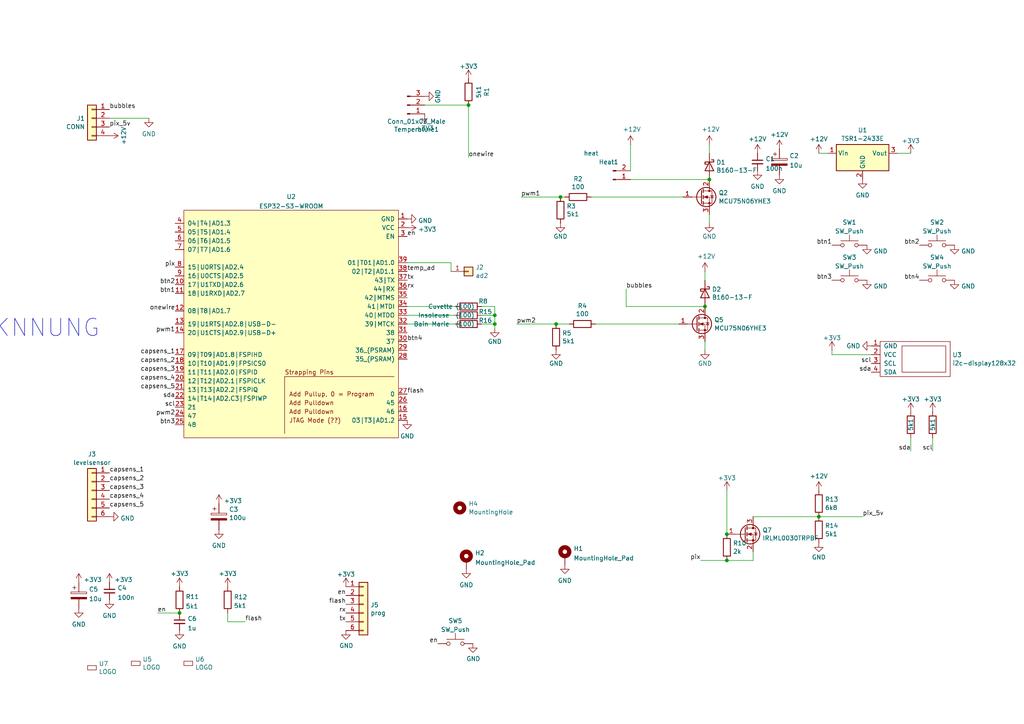
<source format=kicad_sch>
(kicad_sch (version 20231120) (generator "eeschema") (generator_version "8.0")
  (paper "A4")
  (lib_symbols
    (symbol "0_aaaaa_yeah:R" (pin_numbers hide) (pin_names (offset 0))
      (property "Reference" "R" (at 2.032 0 90))
      (property "Value" "R" (at 0 0 90))
      (symbol "R_0_1"
        (rectangle (start -1.016 -2.54) (end 1.016 2.54) (stroke (width 0.254)))
      )
      (symbol "R_1_1"
        (pin passive line (at 0 3.81 270) (length 1.27) (name "~") (number "1"))
        (pin passive line (at 0 -3.81 90) (length 1.27) (name "~") (number "2"))
      )
    )
    (symbol "AnymaLib-06:ESP32-S3-WROOM" (pin_names (offset 1.016))
      (property "Reference" "U" (at -29.21 -35.56 0))
      (property "Value" "ESP32-S3-WROOM" (at 0 34.29 0))
      (symbol "ESP32-S3-WROOM_0_0"
        (text "Add Pulldown" (at -1.27 -25.4 0) (effects (font (size 1.27 1.27)) (justify left)))
        (text "Add Pulldown" (at -1.27 -22.86 0) (effects (font (size 1.27 1.27)) (justify left)))
        (text "Add Pullup, 0 = Program" (at -1.27 -20.32 0) (effects (font (size 1.27 1.27)) (justify left)))
        (text "JTAG Mode (??)" (at -1.27 -27.94 0) (effects (font (size 1.27 1.27)) (justify left)))
        (text "Strapping Pins" (at -2.54 -13.97 0) (effects (font (size 1.27 1.27)) (justify left)))
      )
      (symbol "ESP32-S3-WROOM_0_1"
        (rectangle (start -31.75 33.02) (end 30.48 -33.02) (stroke (width 0.1524)) (fill (type background)))
        (polyline (pts (xy 29.21 -15.24) (xy -2.54 -15.24) (xy -2.54 -31.75)) (stroke (width 0.1524)))
      )
      (symbol "ESP32-S3-WROOM_1_1"
        (pin input line (at 33.02 30.48 180) (length 2.54) (name "GND") (number "1"))
        (pin input line (at -34.29 11.43 0) (length 2.54) (name "17|U1TXD|AD2.6") (number "10"))
        (pin input line (at -34.29 8.89 0) (length 2.54) (name "18|U1RXD|AD2.7") (number "11"))
        (pin input line (at -34.29 3.81 0) (length 2.54) (name "08|T8|AD1.7") (number "12"))
        (pin input line (at -34.29 0 0) (length 2.54) (name "19|U1RTS|AD2.8|USB-D-") (number "13"))
        (pin input line (at -34.29 -2.54 0) (length 2.54) (name "20|U1CTS|AD2.9|USB-D+") (number "14"))
        (pin input line (at 33.02 -27.94 180) (length 2.54) (name "03|T3|AD1.2") (number "15"))
        (pin input line (at 33.02 -25.4 180) (length 2.54) (name "46") (number "16"))
        (pin input line (at -34.29 -8.89 0) (length 2.54) (name "09|T09|AD1.8|FSPIHD") (number "17"))
        (pin input line (at -34.29 -11.43 0) (length 2.54) (name "10|T10|AD1.9|FPSICS0") (number "18"))
        (pin input line (at -34.29 -13.97 0) (length 2.54) (name "11|T11|AD2.0|FSPID") (number "19"))
        (pin input line (at 33.02 27.94 180) (length 2.54) (name "VCC") (number "2"))
        (pin input line (at -34.29 -16.51 0) (length 2.54) (name "12|T12|AD2.1|FSPICLK") (number "20"))
        (pin input line (at -34.29 -19.05 0) (length 2.54) (name "13|T13|AD2.2|FSPIQ") (number "21"))
        (pin input line (at -34.29 -21.59 0) (length 2.54) (name "14|T14|AD2.C3|FSPIWP") (number "22"))
        (pin input line (at -34.29 -24.13 0) (length 2.54) (name "21") (number "23"))
        (pin input line (at -34.29 -26.67 0) (length 2.54) (name "47") (number "24"))
        (pin input line (at -34.29 -29.21 0) (length 2.54) (name "48") (number "25"))
        (pin input line (at 33.02 -22.86 180) (length 2.54) (name "45") (number "26"))
        (pin input line (at 33.02 -20.32 180) (length 2.54) (name "0") (number "27"))
        (pin input line (at 33.02 -10.16 180) (length 2.54) (name "35_(PSRAM)") (number "28"))
        (pin input line (at 33.02 -7.62 180) (length 2.54) (name "36_(PSRAM)") (number "29"))
        (pin input line (at 33.02 25.4 180) (length 2.54) (name "EN") (number "3"))
        (pin input line (at 33.02 -5.08 180) (length 2.54) (name "37") (number "30"))
        (pin input line (at 33.02 -2.54 180) (length 2.54) (name "38") (number "31"))
        (pin input line (at 33.02 0 180) (length 2.54) (name "39|MTCK") (number "32"))
        (pin input line (at 33.02 2.54 180) (length 2.54) (name "40|MTDO") (number "33"))
        (pin input line (at 33.02 5.08 180) (length 2.54) (name "41|MTDI") (number "34"))
        (pin input line (at 33.02 7.62 180) (length 2.54) (name "42|MTMS") (number "35"))
        (pin input line (at 33.02 10.16 180) (length 2.54) (name "44|RX") (number "36"))
        (pin input line (at 33.02 12.7 180) (length 2.54) (name "43|TX") (number "37"))
        (pin input line (at 33.02 15.24 180) (length 2.54) (name "02|T2|AD1.1") (number "38"))
        (pin input line (at 33.02 17.78 180) (length 2.54) (name "01|T01|AD1.0") (number "39"))
        (pin input line (at -34.29 29.21 0) (length 2.54) (name "04|T4|AD1.3") (number "4"))
        (pin input line (at 33.02 30.48 180) (length 2.54) hide (name "GND") (number "40"))
        (pin input line (at 33.02 30.48 180) (length 2.54) hide (name "GND") (number "41"))
        (pin input line (at -34.29 26.67 0) (length 2.54) (name "05|T5|AD1.4") (number "5"))
        (pin input line (at -34.29 24.13 0) (length 2.54) (name "06|T6|AD1.5") (number "6"))
        (pin input line (at -34.29 21.59 0) (length 2.54) (name "07|T7|AD1.6") (number "7"))
        (pin input line (at -34.29 16.51 0) (length 2.54) (name "15|U0RTS|AD2.4") (number "8"))
        (pin input line (at -34.29 13.97 0) (length 2.54) (name "16|U0CTS|AD2.5") (number "9"))
      )
    )
    (symbol "AnymaLib-06:MCU75N06YHE3" (pin_names hide)
      (property "Reference" "Q" (at 5.08 1.905 0))
      (property "Value" "MCU75N06YHE3" (at 5.08 0 0))
      (symbol "MCU75N06YHE3_0_1"
        (polyline (pts (xy 0.254 0) (xy -2.54 0)))
        (polyline (pts (xy 0.254 1.905) (xy 0.254 -1.905)) (stroke (width 0.254)))
        (polyline (pts (xy 0.762 -1.27) (xy 0.762 -2.286)) (stroke (width 0.254)))
        (polyline (pts (xy 0.762 0.508) (xy 0.762 -0.508)) (stroke (width 0.254)))
        (polyline (pts (xy 0.762 2.286) (xy 0.762 1.27)) (stroke (width 0.254)))
        (polyline (pts (xy 2.54 2.54) (xy 2.54 1.778)))
        (polyline (pts (xy 2.54 -2.54) (xy 2.54 0) (xy 0.762 0)))
        (polyline (pts (xy 0.762 -1.778) (xy 3.302 -1.778) (xy 3.302 1.778) (xy 0.762 1.778)))
        (polyline (pts (xy 1.016 0) (xy 2.032 0.381) (xy 2.032 -0.381) (xy 1.016 0)) (fill (type outline)))
        (polyline (pts (xy 2.794 0.508) (xy 2.921 0.381) (xy 3.683 0.381) (xy 3.81 0.254)))
        (polyline (pts (xy 3.302 0.381) (xy 2.921 -0.254) (xy 3.683 -0.254) (xy 3.302 0.381)))
        (circle (center 1.651 0) (radius 2.794) (stroke (width 0.254)))
        (circle (center 2.54 -1.778) (radius 0.254) (fill (type outline)))
        (circle (center 2.54 1.778) (radius 0.254) (fill (type outline)))
      )
      (symbol "MCU75N06YHE3_1_1"
        (pin input line (at -5.08 0 0) (length 2.54) (name "G") (number "1"))
        (pin passive line (at 2.54 5.08 270) (length 2.54) (name "D") (number "2"))
        (pin passive line (at 2.54 -5.08 90) (length 2.54) (name "S") (number "3"))
      )
    )
    (symbol "Anyma_Library:IRLML2502PBF" (pin_names (offset 0) hide)
      (property "Reference" "Q" (at 5.08 1.905 0))
      (property "Value" "IRLML2502PBF" (at 5.08 0 0))
      (symbol "IRLML2502PBF_0_1"
        (polyline (pts (xy -2.54 0) (xy 0.254 0)))
        (polyline (pts (xy 0.762 -1.778) (xy 2.54 -1.778)))
        (polyline (pts (xy 0.762 -1.27) (xy 0.762 -2.286)) (stroke (width 0.254)))
        (polyline (pts (xy 0.762 0) (xy 2.54 0)))
        (polyline (pts (xy 0.762 0.508) (xy 0.762 -0.508)) (stroke (width 0.254)))
        (polyline (pts (xy 0.762 1.778) (xy 2.54 1.778)))
        (polyline (pts (xy 0.762 2.286) (xy 0.762 1.27)) (stroke (width 0.254)))
        (polyline (pts (xy 2.54 -1.778) (xy 2.54 -2.54)))
        (polyline (pts (xy 2.54 -1.778) (xy 2.54 0)))
        (polyline (pts (xy 2.54 2.54) (xy 2.54 1.778)))
        (polyline (pts (xy 0.254 1.905) (xy 0.254 -1.905) (xy 0.254 -1.905)) (stroke (width 0.254)))
        (polyline (pts (xy 1.016 0) (xy 2.032 0.381) (xy 2.032 -0.381) (xy 1.016 0)) (fill (type outline)))
        (polyline (pts (xy 2.54 -1.778) (xy 3.302 -1.778) (xy 3.302 1.778) (xy 2.54 1.778)))
        (polyline (pts (xy 2.794 0.508) (xy 2.921 0.381) (xy 3.683 0.381) (xy 3.81 0.254)))
        (polyline (pts (xy 3.302 0.381) (xy 2.921 -0.254) (xy 3.683 -0.254) (xy 3.302 0.381)))
        (circle (center 1.651 0) (radius 2.8194) (stroke (width 0.254)))
        (circle (center 2.54 -1.778) (radius 0.2794) (fill (type outline)))
        (circle (center 2.54 1.778) (radius 0.2794) (fill (type outline)))
      )
      (symbol "IRLML2502PBF_1_1"
        (pin input line (at -5.08 0 0) (length 2.54) (name "G") (number "1"))
        (pin passive line (at 2.54 -5.08 90) (length 2.54) (name "S") (number "2"))
        (pin passive line (at 2.54 5.08 270) (length 2.54) (name "D") (number "3"))
      )
    )
    (symbol "Anyma_Library:LOGO" (pin_names (offset 1.016))
      (property "Reference" "U" (at 0 3.81 0))
      (property "Value" "LOGO" (at 0 0 0))
      (symbol "LOGO_0_1"
        (rectangle (start -1.27 2.54) (end 1.27 1.27))
      )
    )
    (symbol "Connector:Conn_01x02_Male" (pin_names (offset 1.016) hide)
      (property "Reference" "J" (at 0 2.54 0))
      (property "Value" "Connector_Conn_01x02_Male" (at 0 -5.08 0))
      (symbol "Conn_01x02_Male_1_1"
        (polyline (pts (xy 1.27 -2.54) (xy 0.8636 -2.54)) (stroke (width 0.1524)))
        (polyline (pts (xy 1.27 0) (xy 0.8636 0)) (stroke (width 0.1524)))
        (rectangle (start 0.8636 -2.413) (end 0 -2.667) (stroke (width 0.1524)) (fill (type outline)))
        (rectangle (start 0.8636 0.127) (end 0 -0.127) (stroke (width 0.1524)) (fill (type outline)))
        (pin passive line (at 5.08 0 180) (length 3.81) (name "Pin_1") (number "1"))
        (pin passive line (at 5.08 -2.54 180) (length 3.81) (name "Pin_2") (number "2"))
      )
    )
    (symbol "Connector:Conn_01x03_Male" (pin_names (offset 1.016) hide)
      (property "Reference" "J" (at 0 5.08 0))
      (property "Value" "Connector_Conn_01x03_Male" (at 0 -5.08 0))
      (symbol "Conn_01x03_Male_1_1"
        (polyline (pts (xy 1.27 -2.54) (xy 0.8636 -2.54)) (stroke (width 0.1524)))
        (polyline (pts (xy 1.27 0) (xy 0.8636 0)) (stroke (width 0.1524)))
        (polyline (pts (xy 1.27 2.54) (xy 0.8636 2.54)) (stroke (width 0.1524)))
        (rectangle (start 0.8636 -2.413) (end 0 -2.667) (stroke (width 0.1524)) (fill (type outline)))
        (rectangle (start 0.8636 0.127) (end 0 -0.127) (stroke (width 0.1524)) (fill (type outline)))
        (rectangle (start 0.8636 2.667) (end 0 2.413) (stroke (width 0.1524)) (fill (type outline)))
        (pin passive line (at 5.08 2.54 180) (length 3.81) (name "Pin_1") (number "1"))
        (pin passive line (at 5.08 0 180) (length 3.81) (name "Pin_2") (number "2"))
        (pin passive line (at 5.08 -2.54 180) (length 3.81) (name "Pin_3") (number "3"))
      )
    )
    (symbol "Connector_Generic:Conn_01x01" (pin_names (offset 1.016) hide)
      (property "Reference" "J" (at 0 2.54 0))
      (property "Value" "Conn_01x01" (at 0 -2.54 0))
      (symbol "Conn_01x01_1_1"
        (rectangle (start -1.27 0.127) (end 0 -0.127) (stroke (width 0.1524)))
        (rectangle (start -1.27 1.27) (end 1.27 -1.27) (stroke (width 0.254)) (fill (type background)))
        (pin passive line (at -5.08 0 0) (length 3.81) (name "Pin_1") (number "1"))
      )
    )
    (symbol "Connector_Generic:Conn_01x04" (pin_names (offset 1.016) hide)
      (property "Reference" "J" (at 0 5.08 0))
      (property "Value" "Conn_01x04" (at 0 -7.62 0))
      (symbol "Conn_01x04_1_1"
        (rectangle (start -1.27 -4.953) (end 0 -5.207) (stroke (width 0.1524)))
        (rectangle (start -1.27 -2.413) (end 0 -2.667) (stroke (width 0.1524)))
        (rectangle (start -1.27 0.127) (end 0 -0.127) (stroke (width 0.1524)))
        (rectangle (start -1.27 2.667) (end 0 2.413) (stroke (width 0.1524)))
        (rectangle (start -1.27 3.81) (end 1.27 -6.35) (stroke (width 0.254)) (fill (type background)))
        (pin passive line (at -5.08 2.54 0) (length 3.81) (name "Pin_1") (number "1"))
        (pin passive line (at -5.08 0 0) (length 3.81) (name "Pin_2") (number "2"))
        (pin passive line (at -5.08 -2.54 0) (length 3.81) (name "Pin_3") (number "3"))
        (pin passive line (at -5.08 -5.08 0) (length 3.81) (name "Pin_4") (number "4"))
      )
    )
    (symbol "Connector_Generic:Conn_01x06" (pin_names (offset 1.016) hide)
      (property "Reference" "J" (at 0 7.62 0))
      (property "Value" "Conn_01x06" (at 0 -10.16 0))
      (symbol "Conn_01x06_1_1"
        (rectangle (start -1.27 -7.493) (end 0 -7.747) (stroke (width 0.1524)))
        (rectangle (start -1.27 -4.953) (end 0 -5.207) (stroke (width 0.1524)))
        (rectangle (start -1.27 -2.413) (end 0 -2.667) (stroke (width 0.1524)))
        (rectangle (start -1.27 0.127) (end 0 -0.127) (stroke (width 0.1524)))
        (rectangle (start -1.27 2.667) (end 0 2.413) (stroke (width 0.1524)))
        (rectangle (start -1.27 5.207) (end 0 4.953) (stroke (width 0.1524)))
        (rectangle (start -1.27 6.35) (end 1.27 -8.89) (stroke (width 0.254)) (fill (type background)))
        (pin passive line (at -5.08 5.08 0) (length 3.81) (name "Pin_1") (number "1"))
        (pin passive line (at -5.08 2.54 0) (length 3.81) (name "Pin_2") (number "2"))
        (pin passive line (at -5.08 0 0) (length 3.81) (name "Pin_3") (number "3"))
        (pin passive line (at -5.08 -2.54 0) (length 3.81) (name "Pin_4") (number "4"))
        (pin passive line (at -5.08 -5.08 0) (length 3.81) (name "Pin_5") (number "5"))
        (pin passive line (at -5.08 -7.62 0) (length 3.81) (name "Pin_6") (number "6"))
      )
    )
    (symbol "Connector_Generic:Conn_01x11" (pin_names (offset 1.016) hide)
      (property "Reference" "J" (at 0 15.24 0))
      (property "Value" "Conn_01x11" (at 0 -15.24 0))
      (symbol "Conn_01x11_1_1"
        (rectangle (start -1.27 -12.573) (end 0 -12.827) (stroke (width 0.1524)))
        (rectangle (start -1.27 -10.033) (end 0 -10.287) (stroke (width 0.1524)))
        (rectangle (start -1.27 -7.493) (end 0 -7.747) (stroke (width 0.1524)))
        (rectangle (start -1.27 -4.953) (end 0 -5.207) (stroke (width 0.1524)))
        (rectangle (start -1.27 -2.413) (end 0 -2.667) (stroke (width 0.1524)))
        (rectangle (start -1.27 0.127) (end 0 -0.127) (stroke (width 0.1524)))
        (rectangle (start -1.27 2.667) (end 0 2.413) (stroke (width 0.1524)))
        (rectangle (start -1.27 5.207) (end 0 4.953) (stroke (width 0.1524)))
        (rectangle (start -1.27 7.747) (end 0 7.493) (stroke (width 0.1524)))
        (rectangle (start -1.27 10.287) (end 0 10.033) (stroke (width 0.1524)))
        (rectangle (start -1.27 12.827) (end 0 12.573) (stroke (width 0.1524)))
        (rectangle (start -1.27 13.97) (end 1.27 -13.97) (stroke (width 0.254)) (fill (type background)))
        (pin passive line (at -5.08 12.7 0) (length 3.81) (name "Pin_1") (number "1"))
        (pin passive line (at -5.08 -10.16 0) (length 3.81) (name "Pin_10") (number "10"))
        (pin passive line (at -5.08 -12.7 0) (length 3.81) (name "Pin_11") (number "11"))
        (pin passive line (at -5.08 10.16 0) (length 3.81) (name "Pin_2") (number "2"))
        (pin passive line (at -5.08 7.62 0) (length 3.81) (name "Pin_3") (number "3"))
        (pin passive line (at -5.08 5.08 0) (length 3.81) (name "Pin_4") (number "4"))
        (pin passive line (at -5.08 2.54 0) (length 3.81) (name "Pin_5") (number "5"))
        (pin passive line (at -5.08 0 0) (length 3.81) (name "Pin_6") (number "6"))
        (pin passive line (at -5.08 -2.54 0) (length 3.81) (name "Pin_7") (number "7"))
        (pin passive line (at -5.08 -5.08 0) (length 3.81) (name "Pin_8") (number "8"))
        (pin passive line (at -5.08 -7.62 0) (length 3.81) (name "Pin_9") (number "9"))
      )
    )
    (symbol "Device:D_Schottky" (pin_numbers hide) (pin_names (offset 1.016) hide)
      (property "Reference" "D" (at 0 2.54 0))
      (property "Value" "D_Schottky" (at 0 -2.54 0))
      (symbol "D_Schottky_0_1"
        (polyline (pts (xy 1.27 0) (xy -1.27 0)))
        (polyline (pts (xy 1.27 1.27) (xy 1.27 -1.27) (xy -1.27 0) (xy 1.27 1.27)) (stroke (width 0.254)))
        (polyline (pts (xy -1.905 0.635) (xy -1.905 1.27) (xy -1.27 1.27) (xy -1.27 -1.27) (xy -0.635 -1.27) (xy -0.635 -0.635)) (stroke (width 0.254)))
      )
      (symbol "D_Schottky_1_1"
        (pin passive line (at -3.81 0 0) (length 2.54) (name "K") (number "1"))
        (pin passive line (at 3.81 0 180) (length 2.54) (name "A") (number "2"))
      )
    )
    (symbol "Device:R" (pin_numbers hide) (pin_names (offset 0))
      (property "Reference" "R" (at 2.032 0 90))
      (property "Value" "R" (at 0 0 90))
      (symbol "R_0_1"
        (rectangle (start -1.016 -2.54) (end 1.016 2.54) (stroke (width 0.254)))
      )
      (symbol "R_1_1"
        (pin passive line (at 0 3.81 270) (length 1.27) (name "~") (number "1"))
        (pin passive line (at 0 -3.81 90) (length 1.27) (name "~") (number "2"))
      )
    )
    (symbol "Mechanical:MountingHole" (pin_names (offset 1.016)) (exclude_from_sim yes) (in_bom no)
      (property "Reference" "H" (at 0 5.08 0))
      (property "Value" "MountingHole" (at 0 3.175 0))
      (symbol "MountingHole_0_1"
        (circle (center 0 0) (radius 1.27) (stroke (width 1.27)))
      )
    )
    (symbol "Mechanical:MountingHole_Pad" (pin_numbers hide) (pin_names (offset 1.016) hide)
      (property "Reference" "H" (at 0 6.35 0))
      (property "Value" "MountingHole_Pad" (at 0 4.445 0))
      (symbol "MountingHole_Pad_0_1"
        (circle (center 0 1.27) (radius 1.27) (stroke (width 1.27)))
      )
      (symbol "MountingHole_Pad_1_1"
        (pin input line (at 0 -2.54 90) (length 2.54) (name "1") (number "1"))
      )
    )
    (symbol "Regulator_Switching:TSR1-2433E"
      (property "Reference" "U" (at -7.62 6.35 0))
      (property "Value" "TSR1-2433E" (at -3.81 6.35 0))
      (symbol "TSR1-2433E_0_1"
        (rectangle (start -7.62 5.08) (end 7.62 -2.54) (stroke (width 0.254)) (fill (type background)))
      )
      (symbol "TSR1-2433E_1_1"
        (pin power_in line (at -10.16 2.54 0) (length 2.54) (name "Vin") (number "1"))
        (pin power_in line (at 0 -5.08 90) (length 2.54) (name "GND") (number "2"))
        (pin power_out line (at 10.16 2.54 180) (length 2.54) (name "Vout") (number "3"))
      )
    )
    (symbol "nime2020-library:CP" (pin_numbers hide) (pin_names (offset 0.254))
      (property "Reference" "C" (at 0.635 2.54 0))
      (property "Value" "CP" (at 0.635 -2.54 0))
      (symbol "CP_0_1"
        (rectangle (start -2.286 0.508) (end 2.286 1.016))
        (polyline (pts (xy -1.778 2.286) (xy -0.762 2.286)))
        (polyline (pts (xy -1.27 2.794) (xy -1.27 1.778)))
        (rectangle (start 2.286 -0.508) (end -2.286 -1.016) (fill (type outline)))
      )
      (symbol "CP_1_1"
        (pin passive line (at 0 3.81 270) (length 2.794) (name "~") (number "1"))
        (pin passive line (at 0 -3.81 90) (length 2.794) (name "~") (number "2"))
      )
    )
    (symbol "nime2020-library:SW_Push" (pin_numbers hide) (pin_names (offset 1.016) hide)
      (property "Reference" "SW" (at 1.27 2.54 0))
      (property "Value" "SW_Push" (at 0 -1.524 0))
      (symbol "SW_Push_0_1"
        (circle (center -2.032 0) (radius 0.508))
        (polyline (pts (xy 0 1.27) (xy 0 3.048)))
        (polyline (pts (xy 2.54 1.27) (xy -2.54 1.27)))
        (circle (center 2.032 0) (radius 0.508))
        (pin passive line (at -5.08 0 0) (length 2.54) (name "1") (number "1"))
        (pin passive line (at 5.08 0 180) (length 2.54) (name "2") (number "2"))
      )
    )
    (symbol "power:+12V" (power) (pin_numbers hide) (pin_names (offset 0) hide)
      (property "Value" "+12V" (at 0 3.556 0))
      (symbol "+12V_0_1"
        (polyline (pts (xy -0.762 1.27) (xy 0 2.54)))
        (polyline (pts (xy 0 0) (xy 0 2.54)))
        (polyline (pts (xy 0 2.54) (xy 0.762 1.27)))
      )
      (symbol "+12V_1_1"
        (pin power_in line (at 0 0 90) (length 0) (name "~") (number "1"))
      )
    )
    (symbol "power:+3V3" (power) (pin_names (offset 0))
      (property "Value" "+3V3" (at 0 3.556 0))
      (symbol "+3V3_0_1"
        (polyline (pts (xy -0.762 1.27) (xy 0 2.54)))
        (polyline (pts (xy 0 0) (xy 0 2.54)))
        (polyline (pts (xy 0 2.54) (xy 0.762 1.27)))
      )
      (symbol "+3V3_1_1"
        (pin power_in line (at 0 0 90) (length 0) hide (name "+3V3") (number "1"))
      )
    )
    (symbol "power:GND" (power) (pin_names (offset 0))
      (property "Value" "GND" (at 0 -3.81 0))
      (symbol "GND_0_1"
        (polyline (pts (xy 0 0) (xy 0 -1.27) (xy 1.27 -1.27) (xy 0 -2.54) (xy -1.27 -1.27) (xy 0 -1.27)))
      )
      (symbol "GND_1_1"
        (pin power_in line (at 0 0 270) (length 0) hide (name "GND") (number "1"))
      )
    )
    (symbol "synkie_symbols:C_Small" (pin_numbers hide) (pin_names (offset 0.254) hide)
      (property "Reference" "C" (at 0.254 1.778 0))
      (property "Value" "C_Small" (at 0.254 -2.032 0))
      (symbol "C_Small_0_1"
        (polyline (pts (xy -1.524 -0.508) (xy 1.524 -0.508)) (stroke (width 0.3302)))
        (polyline (pts (xy -1.524 0.508) (xy 1.524 0.508)) (stroke (width 0.3048)))
      )
      (symbol "C_Small_1_1"
        (pin passive line (at 0 2.54 270) (length 2.032) (name "~") (number "1"))
        (pin passive line (at 0 -2.54 90) (length 2.032) (name "~") (number "2"))
      )
    )
    (symbol "synkie_symbols:i2c-display128x32" (pin_names (offset 1.016))
      (property "Reference" "U" (at -5.08 8.89 0))
      (property "Value" "i2c-display128x32" (at 2.54 -3.81 0))
      (symbol "i2c-display128x32_0_1"
        (polyline (pts (xy -6.35 7.62) (xy 13.97 7.62) (xy 13.97 -2.54) (xy -6.35 -2.54) (xy -6.35 7.62)))
        (polyline (pts (xy 0 6.35) (xy 0 -1.27) (xy 12.7 -1.27) (xy 12.7 6.35) (xy 0 6.35)))
      )
      (symbol "i2c-display128x32_1_1"
        (pin input line (at -8.89 6.35 0) (length 2.54) (name "GND") (number "1"))
        (pin input line (at -8.89 3.81 0) (length 2.54) (name "VCC") (number "2"))
        (pin input line (at -8.89 1.27 0) (length 2.54) (name "SCL") (number "3"))
        (pin input line (at -8.89 -1.27 0) (length 2.54) (name "SDA") (number "4"))
      )
    )
  )
  (junction (at 210.82 162.56))
  (junction (at 135.89 30.48))
  (junction (at 143.51 93.98))
  (junction (at 52.07 177.8))
  (junction (at 143.51 91.44))
  (junction (at 237.49 149.86))
  (junction (at 161.29 93.98))
  (junction (at 204.47 88.9))
  (junction (at 162.56 57.15))
  (junction (at 205.74 52.07))
  (junction (at 210.82 154.94))
  (wire (pts (xy 118.11 76.2) (xy 130.81 76.2)))
  (wire (pts (xy 204.47 78.74) (xy 204.47 81.28)))
  (wire (pts (xy 260.35 44.45) (xy 264.16 44.45)))
  (wire (pts (xy 143.51 88.9) (xy 143.51 91.44)))
  (wire (pts (xy 66.04 180.34) (xy 66.04 177.8)))
  (wire (pts (xy 210.82 142.24) (xy 210.82 154.94)))
  (wire (pts (xy 264.16 127) (xy 264.16 130.81)))
  (wire (pts (xy 241.3 102.87) (xy 241.3 101.6)))
  (wire (pts (xy 181.61 83.82) (xy 181.61 88.9)))
  (wire (pts (xy 162.56 57.15) (xy 163.83 57.15)))
  (wire (pts (xy 123.19 30.48) (xy 135.89 30.48)))
  (wire (pts (xy 161.29 93.98) (xy 165.1 93.98)))
  (wire (pts (xy 118.11 88.9) (xy 132.08 88.9)))
  (wire (pts (xy 171.45 57.15) (xy 198.12 57.15)))
  (wire (pts (xy 162.56 57.15) (xy 151.13 57.15)))
  (wire (pts (xy 135.89 45.72) (xy 135.89 30.48)))
  (wire (pts (xy 203.2 162.56) (xy 210.82 162.56)))
  (wire (pts (xy 118.11 91.44) (xy 132.08 91.44)))
  (wire (pts (xy 143.51 91.44) (xy 143.51 93.98)))
  (wire (pts (xy 182.88 52.07) (xy 205.74 52.07)))
  (wire (pts (xy 130.81 76.2) (xy 130.81 78.74)))
  (wire (pts (xy 139.7 91.44) (xy 143.51 91.44)))
  (wire (pts (xy 161.29 93.98) (xy 149.86 93.98)))
  (wire (pts (xy 210.82 162.56) (xy 218.44 162.56)))
  (wire (pts (xy 118.11 93.98) (xy 132.08 93.98)))
  (wire (pts (xy 237.49 149.86) (xy 250.19 149.86)))
  (wire (pts (xy 218.44 162.56) (xy 218.44 160.02)))
  (wire (pts (xy 31.75 34.29) (xy 43.18 34.29)))
  (wire (pts (xy 182.88 41.91) (xy 182.88 49.53)))
  (wire (pts (xy 139.7 88.9) (xy 143.51 88.9)))
  (wire (pts (xy 252.73 102.87) (xy 241.3 102.87)))
  (wire (pts (xy 237.49 44.45) (xy 240.03 44.45)))
  (wire (pts (xy 172.72 93.98) (xy 196.85 93.98)))
  (wire (pts (xy 205.74 41.91) (xy 205.74 44.45)))
  (wire (pts (xy 204.47 99.06) (xy 204.47 101.6)))
  (wire (pts (xy 270.51 127) (xy 270.51 130.81)))
  (wire (pts (xy 218.44 149.86) (xy 237.49 149.86)))
  (wire (pts (xy 71.12 180.34) (xy 66.04 180.34)))
  (wire (pts (xy 45.72 177.8) (xy 52.07 177.8)))
  (wire (pts (xy 205.74 62.23) (xy 205.74 64.77)))
  (wire (pts (xy 139.7 93.98) (xy 143.51 93.98)))
  (wire (pts (xy 143.51 93.98) (xy 143.51 95.25)))
  (wire (pts (xy 181.61 88.9) (xy 204.47 88.9)))
  (text "GERAETEKNNUNG" (at -2.286 95.25 0) (effects (font (size 5 5))))
  (label "scl" (at 270.51 130.81 180))
  (label "flash" (at 100.33 175.26 180))
  (label "btn4" (at 266.7 81.28 180))
  (label "en" (at 45.72 177.8 0))
  (label "sda" (at 50.8 115.57 180))
  (label "rx" (at 118.11 83.82 0))
  (label "capsens_2" (at 31.75 139.7 0))
  (label "capsens_1" (at 50.8 102.87 180))
  (label "flash" (at 71.12 180.34 0))
  (label "btn1" (at 50.8 85.09 180))
  (label "pwm1" (at 50.8 96.52 180))
  (label "bubbles" (at 181.61 83.82 0))
  (label "btn3" (at 241.3 81.28 180))
  (label "capsens_2" (at 50.8 105.41 180))
  (label "capsens_3" (at 31.75 142.24 0))
  (label "btn2" (at 50.8 82.55 180))
  (label "flash" (at 118.11 114.3 0))
  (label "pix" (at 203.2 162.56 180))
  (label "capsens_3" (at 50.8 107.95 180))
  (label "bubbles" (at 31.75 31.75 0))
  (label "en" (at 118.11 68.58 0))
  (label "capsens_1" (at 39.37 236.22 0))
  (label "onewire" (at 50.8 90.17 180))
  (label "pwm2" (at 149.86 93.98 0))
  (label "tx" (at 118.11 81.28 0))
  (label "scl" (at 50.8 118.11 180))
  (label "pix_5v" (at 250.19 149.86 0))
  (label "sda" (at 264.16 130.81 180))
  (label "tx" (at 100.33 180.34 180))
  (label "capsens_3" (at 39.37 246.38 0))
  (label "pix_5v" (at 31.75 36.83 0))
  (label "pix" (at 50.8 77.47 180))
  (label "en" (at 100.33 172.72 180))
  (label "scl" (at 252.73 105.41 180))
  (label "onewire" (at 135.89 45.72 0))
  (label "capsens_1" (at 31.75 137.16 0))
  (label "btn3" (at 50.8 123.19 180))
  (label "capsens_5" (at 31.75 147.32 0))
  (label "capsens_2" (at 39.37 241.3 0))
  (label "btn4" (at 118.11 99.06 0))
  (label "capsens_5" (at 50.8 113.03 180))
  (label "capsens_4" (at 39.37 251.46 0))
  (label "btn2" (at 266.7 71.12 180))
  (label "btn1" (at 241.3 71.12 180))
  (label "pwm1" (at 151.13 57.15 0))
  (label "capsens_4" (at 50.8 110.49 180))
  (label "capsens_5" (at 39.37 256.54 0))
  (label "capsens_4" (at 31.75 144.78 0))
  (label "en" (at 127 186.69 180))
  (label "pwm2" (at 50.8 120.65 180))
  (label "temp_ad" (at 118.11 78.74 0))
  (label "sda" (at 252.73 107.95 180))
  (label "rx" (at 100.33 177.8 180))
  (symbol (lib_id "power:GND") (at 143.51 95.25 0) (unit 1)
    (property "Reference" "#PWR030" (effects (hide yes)))
    (property "Value" "GND" (at 143.51 99.06 0))
  )
  (symbol (lib_id "power:+3V3") (at 123.19 33.02 180) (unit 1)
    (property "Reference" "#PWR05" (effects (hide yes)))
    (property "Value" "+3V3" (at 123.19 37.1531 0))
  )
  (symbol (lib_id "Device:R") (at 167.64 57.15 270) (unit 1)
    (property "Reference" "R2" (at 167.64 51.8922 90))
    (property "Value" "100" (at 167.64 54.2036 90))
    (property "Footprint" "Resistor_SMD:R_0805_2012Metric" (effects (hide yes)))
  )
  (symbol (lib_id "power:GND") (at 237.49 157.48 0) (unit 1)
    (property "Reference" "#PWR037" (effects (hide yes)))
    (property "Value" "GND" (at 237.49 161.6131 0))
    (property "Description" "Power symbol creates a global label with name \"GND\" , ground" (effects (hide yes)))
  )
  (symbol (lib_id "Device:R") (at 237.49 146.05 0) (unit 1)
    (property "Reference" "R13" (at 239.268 144.8378 0) (effects (justify left)))
    (property "Value" "6k8" (at 239.268 147.2621 0) (effects (justify left)))
    (property "Footprint" "Resistor_SMD:R_0805_2012Metric" (effects (hide yes)))
    (property "Description" "Resistor" (effects (hide yes)))
  )
  (symbol (lib_id "synkie_symbols:C_Small") (at 219.71 46.99 0) (unit 1)
    (property "Reference" "C1" (at 222.0341 46.0878 0) (effects (justify left)))
    (property "Value" "100n" (at 222.0341 48.8629 0) (effects (justify left)))
    (property "Footprint" "synkie_footprints:C_0603_1608Metric_Pad1.05x0.95mm_HandSolder" (effects (hide yes)))
  )
  (symbol (lib_id "power:+3V3") (at 22.86 168.91 0) (unit 1)
    (property "Reference" "#PWR045" (effects (hide yes)))
    (property "Value" "+3V3" (at 24.257 168.119 0) (effects (justify left)))
  )
  (symbol (lib_id "power:GND") (at 63.5 153.67 0) (unit 1)
    (property "Reference" "#PWR040" (effects (hide yes)))
    (property "Value" "GND" (at 63.5 158.2325 0))
  )
  (symbol (lib_id "power:+3V3") (at 118.11 66.04 270) (unit 1)
    (property "Reference" "#PWR019" (effects (hide yes)))
    (property "Value" "+3V3" (at 121.285 66.519 90) (effects (justify left)))
  )
  (symbol (lib_id "Device:R") (at 135.89 26.67 180) (unit 1)
    (property "Reference" "R1" (at 141.1478 26.67 90))
    (property "Value" "5k1" (at 138.8364 26.67 90))
    (property "Footprint" "Resistor_SMD:R_0805_2012Metric" (effects (hide yes)))
  )
  (symbol (lib_id "synkie_symbols:C_Small") (at 31.75 171.45 0) (unit 1)
    (property "Reference" "C4" (at 34.0741 170.5478 0) (effects (justify left)))
    (property "Value" "100n" (at 34.0741 173.3229 0) (effects (justify left)))
    (property "Footprint" "synkie_footprints:C_0603_1608Metric_Pad1.05x0.95mm_HandSolder" (effects (hide yes)))
  )
  (symbol (lib_id "power:GND") (at 219.71 49.53 0) (unit 1)
    (property "Reference" "#PWR012" (effects (hide yes)))
    (property "Value" "GND" (at 219.71 54.0925 0))
  )
  (symbol (lib_id "Device:R") (at 135.89 93.98 90) (unit 1)
    (property "Reference" "R16" (at 142.748 92.964 90) (effects (justify left)))
    (property "Value" "Bain Marie  (100)" (at 137.668 93.98 90) (effects (justify left)))
    (property "Footprint" "Resistor_SMD:R_0805_2012Metric" (effects (hide yes)))
  )
  (symbol (lib_id "Regulator_Switching:TSR1-2433E") (at 250.19 46.99 0) (unit 1)
    (property "Reference" "U1" (at 250.19 37.7655 0))
    (property "Value" "TSR1-2433E" (at 250.19 40.1898 0))
    (property "Footprint" "Converter_DCDC:Converter_DCDC_TRACO_TSR1-xxxxE_THT" (effects (hide yes)))
    (property "Datasheet" "https://www.tracopower.com/products/tsr1e.pdf" (effects (hide yes)))
    (property "Description" "1A step-down regulator, fixed 3.3V output voltage, 6-36V input voltage, TO-220 compatible LM78xx replacement" (effects (hide yes)))
  )
  (symbol (lib_id "power:GND") (at 250.19 52.07 0) (unit 1)
    (property "Reference" "#PWR014" (effects (hide yes)))
    (property "Value" "GND" (at 250.19 56.6325 0))
  )
  (symbol (lib_id "Mechanical:MountingHole_Pad") (at 163.83 161.29 0) (unit 1)
    (property "Reference" "H1" (at 166.37 159.1115 0) (effects (justify left)))
    (property "Value" "MountingHole_Pad" (at 166.37 161.8866 0) (effects (justify left)))
    (property "Footprint" "MountingHole:MountingHole_2.5mm_Pad" (effects (hide yes)))
  )
  (symbol (lib_id "power:GND") (at 118.11 63.5 90) (unit 1)
    (property "Reference" "#PWR015" (effects (hide yes)))
    (property "Value" "GND" (at 121.285 63.979 90) (effects (justify right)))
  )
  (symbol (lib_id "nime2020-library:CP") (at 22.86 172.72 0) (unit 1)
    (property "Reference" "C5" (at 25.781 170.9225 0) (effects (justify left)))
    (property "Value" "10u" (at 25.781 173.6976 0) (effects (justify left)))
    (property "Footprint" "synkie_footprints:C_1206_3216Metric_Pad1.42x1.75mm_HandSolder" (effects (hide yes)))
  )
  (symbol (lib_id "power:+3V3") (at 52.07 170.18 0) (unit 1)
    (property "Reference" "#PWR047" (effects (hide yes)))
    (property "Value" "+3V3" (at 52.07 166.37 0))
  )
  (symbol (lib_id "Mechanical:MountingHole_Pad") (at 135.255 162.56 0) (unit 1)
    (property "Reference" "H2" (at 137.795 160.3815 0) (effects (justify left)))
    (property "Value" "MountingHole_Pad" (at 137.795 163.1566 0) (effects (justify left)))
    (property "Footprint" "MountingHole:MountingHole_2.5mm_Pad" (effects (hide yes)))
  )
  (symbol (lib_id "power:+12V") (at 31.75 39.37 270) (mirror x) (unit 1)
    (property "Reference" "#PWR034" (effects (hide yes)))
    (property "Value" "+12V" (at 35.8831 39.37 0))
    (property "Description" "Power symbol creates a global label with name \"+12V\"" (effects (hide yes)))
  )
  (symbol (lib_id "nime2020-library:SW_Push") (at 246.38 81.28 0) (unit 1)
    (property "Reference" "SW3" (at 246.38 74.6592 0))
    (property "Value" "SW_Push" (at 246.38 77.1961 0))
    (property "Footprint" "synkie_footprints:Alps_Tactile_Switch" (effects (hide yes)))
  )
  (symbol (lib_id "power:+12V") (at 237.49 142.24 0) (unit 1)
    (property "Reference" "#PWR022" (effects (hide yes)))
    (property "Value" "+12V" (at 237.49 138.1069 0))
    (property "Description" "Power symbol creates a global label with name \"+12V\"" (effects (hide yes)))
  )
  (symbol (lib_id "power:+12V") (at 204.47 78.74 0) (unit 1)
    (property "Reference" "#PWR023" (effects (hide yes)))
    (property "Value" "+12V" (at 204.851 74.3458 0))
  )
  (symbol (lib_id "AnymaLib-06:MCU75N06YHE3") (at 203.2 57.15 0) (unit 1)
    (property "Reference" "Q2" (at 208.407 55.9378 0) (effects (justify left)))
    (property "Value" "MCU75N06YHE3" (at 208.407 58.3621 0) (effects (justify left)))
    (property "Footprint" "Package_TO_SOT_SMD:TO-252-2" (effects (hide yes)))
    (property "Datasheet" "https://eu.mouser.com/datasheet/2/258/MCU75N06YHE3_DPAK_-3365867.pdf" (effects (hide yes)))
    (property "Description" "75A Id, 60V Vds, N-Channel MOSFET, 2.6V Logic Level" (effects (hide yes)))
  )
  (symbol (lib_id "nime2020-library:CP") (at 63.5 149.86 0) (unit 1)
    (property "Reference" "C3" (at 66.421 147.7588 0) (effects (justify left)))
    (property "Value" "100u" (at 66.421 150.1831 0) (effects (justify left)))
    (property "Footprint" "Capacitor_Tantalum_SMD:CP_EIA-6032-20_AVX-F" (effects (hide yes)))
  )
  (symbol (lib_id "power:GND") (at 276.86 81.28 0) (unit 1)
    (property "Reference" "#PWR025" (effects (hide yes)))
    (property "Value" "GND" (at 278.765 83.029 0) (effects (justify left)))
  )
  (symbol (lib_id "Device:R") (at 161.29 97.79 0) (unit 1)
    (property "Reference" "R5" (at 163.068 96.6216 0) (effects (justify left)))
    (property "Value" "5k1" (at 163.068 98.933 0) (effects (justify left)))
    (property "Footprint" "Resistor_SMD:R_0805_2012Metric" (effects (hide yes)))
  )
  (symbol (lib_id "power:+12V") (at 237.49 44.45 0) (unit 1)
    (property "Reference" "#PWR010" (effects (hide yes)))
    (property "Value" "+12V" (at 237.49 40.3169 0))
    (property "Description" "Power symbol creates a global label with name \"+12V\"" (effects (hide yes)))
  )
  (symbol (lib_id "power:+3V3") (at 135.89 22.86 0) (unit 1)
    (property "Reference" "#PWR01" (effects (hide yes)))
    (property "Value" "+3V3" (at 135.89 19.2555 0))
  )
  (symbol (lib_id "power:GND") (at 251.46 71.12 0) (unit 1)
    (property "Reference" "#PWR020" (effects (hide yes)))
    (property "Value" "GND" (at 253.365 72.869 0) (effects (justify left)))
  )
  (symbol (lib_id "Mechanical:MountingHole") (at 133.35 147.32 0) (unit 1) (exclude_from_sim yes) (in_bom no)
    (property "Reference" "H4" (at 135.89 146.1078 0) (effects (justify left)))
    (property "Value" "MountingHole" (at 135.89 148.5321 0) (effects (justify left)))
    (property "Footprint" "MountingHole:MountingHole_2.5mm" (effects (hide yes)))
    (property "Description" "Mounting Hole without connection" (effects (hide yes)))
  )
  (symbol (lib_id "power:GND") (at 252.73 100.33 270) (unit 1)
    (property "Reference" "#PWR026" (effects (hide yes)))
    (property "Value" "GND" (at 249.5551 100.33 90) (effects (justify right)))
  )
  (symbol (lib_id "Device:R") (at 237.49 153.67 0) (unit 1)
    (property "Reference" "R14" (at 239.268 152.4578 0) (effects (justify left)))
    (property "Value" "5k1" (at 239.268 154.8821 0) (effects (justify left)))
    (property "Footprint" "Resistor_SMD:R_0805_2012Metric" (effects (hide yes)))
    (property "Description" "Resistor" (effects (hide yes)))
  )
  (symbol (lib_id "power:+3V3") (at 100.33 170.18 0) (unit 1)
    (property "Reference" "#PWR049" (effects (hide yes)))
    (property "Value" "+3V3" (at 100.33 166.5755 0))
  )
  (symbol (lib_id "power:+3V3") (at 264.16 44.45 0) (unit 1)
    (property "Reference" "#PWR011" (effects (hide yes)))
    (property "Value" "+3V3" (at 264.16 40.8455 0))
  )
  (symbol (lib_id "power:GND") (at 163.83 163.83 0) (unit 1)
    (property "Reference" "#PWR043" (effects (hide yes)))
    (property "Value" "GND" (at 163.83 168.3925 0))
  )
  (symbol (lib_id "nime2020-library:CP") (at 226.06 46.99 0) (unit 1)
    (property "Reference" "C2" (at 228.981 45.1925 0) (effects (justify left)))
    (property "Value" "10u" (at 228.981 47.9676 0) (effects (justify left)))
    (property "Footprint" "synkie_footprints:C_1206_3216Metric_Pad1.42x1.75mm_HandSolder" (effects (hide yes)))
  )
  (symbol (lib_id "Device:R") (at 270.51 123.19 0) (unit 1)
    (property "Reference" "R7" (effects (hide yes)))
    (property "Value" "5k1" (at 270.51 123.19 90))
    (property "Footprint" "Resistor_SMD:R_0805_2012Metric" (effects (hide yes)))
  )
  (symbol (lib_id "power:GND") (at 52.07 182.88 0) (unit 1)
    (property "Reference" "#PWR052" (effects (hide yes)))
    (property "Value" "GND" (at 52.07 187.4425 0))
  )
  (symbol (lib_id "power:GND") (at 162.56 64.77 0) (unit 1)
    (property "Reference" "#PWR016" (effects (hide yes)))
    (property "Value" "GND" (at 162.56 68.58 0))
  )
  (symbol (lib_id "power:GND") (at 123.19 27.94 90) (unit 1)
    (property "Reference" "#PWR03" (effects (hide yes)))
    (property "Value" "GND" (at 127 27.94 0))
  )
  (symbol (lib_id "nime2020-library:SW_Push") (at 246.38 71.12 0) (unit 1)
    (property "Reference" "SW1" (at 246.38 64.4992 0))
    (property "Value" "SW_Push" (at 246.38 67.0361 0))
    (property "Footprint" "synkie_footprints:Alps_Tactile_Switch" (effects (hide yes)))
  )
  (symbol (lib_id "Connector_Generic:Conn_01x11") (at 34.29 246.38 180) (unit 1)
    (property "Reference" "J4" (at 32.258 247.5922 0) (effects (justify left)))
    (property "Value" "Conn_01x11" (at 32.258 245.1679 0) (effects (justify left)))
    (property "Footprint" "Connector_FFC-FPC:Molex_200528-0100_1x10-1MP_P1.00mm_Horizontal" (effects (hide yes)))
    (property "Description" "Generic connector, single row, 01x11, script generated (kicad-library-utils/schlib/autogen/connector/)" (effects (hide yes)))
  )
  (symbol (lib_id "power:+3V3") (at 210.82 142.24 0) (unit 1)
    (property "Reference" "#PWR04" (effects (hide yes)))
    (property "Value" "+3V3" (at 210.82 138.6355 0))
  )
  (symbol (lib_id "power:+12V") (at 226.06 43.18 0) (unit 1)
    (property "Reference" "#PWR08" (effects (hide yes)))
    (property "Value" "+12V" (at 226.06 39.0469 0))
    (property "Description" "Power symbol creates a global label with name \"+12V\"" (effects (hide yes)))
  )
  (symbol (lib_id "Device:R") (at 52.07 173.99 0) (unit 1)
    (property "Reference" "R11" (at 53.848 173.0815 0) (effects (justify left)))
    (property "Value" "5k1" (at 53.848 175.8566 0) (effects (justify left)))
    (property "Footprint" "Resistor_SMD:R_0805_2012Metric" (effects (hide yes)))
  )
  (symbol (lib_id "power:GND") (at 43.18 34.29 0) (mirror y) (unit 1)
    (property "Reference" "#PWR041" (effects (hide yes)))
    (property "Value" "GND" (at 43.18 38.8525 0))
  )
  (symbol (lib_id "power:GND") (at 251.46 81.28 0) (unit 1)
    (property "Reference" "#PWR024" (effects (hide yes)))
    (property "Value" "GND" (at 253.365 83.029 0) (effects (justify left)))
  )
  (symbol (lib_id "Connector:Conn_01x03_Male") (at 118.11 30.48 0) (mirror x) (unit 1)
    (property "Reference" "Temperature1" (at 120.8024 37.5412 0))
    (property "Value" "Conn_01x03_Male" (at 120.8024 35.2298 0))
    (property "Footprint" "synkie_footprints:Molex_KK-254_AE-6410-03A_1x03_P2.54mm_Vertical" (effects (hide yes)))
  )
  (symbol (lib_id "Device:D_Schottky") (at 204.47 85.09 270) (unit 1)
    (property "Reference" "D2" (at 206.4766 83.9216 90) (effects (justify left)))
    (property "Value" "B160-13-F" (at 206.4766 86.233 90) (effects (justify left)))
    (property "Footprint" "Diode_SMD:D_SMA-SMB_Universal_Handsoldering" (effects (hide yes)))
  )
  (symbol (lib_id "power:GND") (at 100.33 182.88 0) (unit 1)
    (property "Reference" "#PWR053" (effects (hide yes)))
    (property "Value" "GND" (at 100.457 187.2742 0))
  )
  (symbol (lib_id "power:GND") (at 276.86 71.12 0) (unit 1)
    (property "Reference" "#PWR021" (effects (hide yes)))
    (property "Value" "GND" (at 278.765 72.869 0) (effects (justify left)))
  )
  (symbol (lib_id "0_aaaaa_yeah:R") (at 66.04 173.99 0) (unit 1)
    (property "Reference" "R12" (at 67.818 173.1553 0) (effects (justify left)))
    (property "Value" "5k1" (at 67.818 175.6922 0) (effects (justify left)))
    (property "Footprint" "Resistor_SMD:R_0805_2012Metric" (effects (hide yes)))
  )
  (symbol (lib_id "Anyma_Library:IRLML2502PBF") (at 215.9 154.94 0) (unit 1)
    (property "Reference" "Q7" (at 221.1324 153.7716 0) (effects (justify left)))
    (property "Value" "IRLML0030TRPBF" (at 221.1324 156.083 0) (effects (justify left)))
    (property "Footprint" "Package_TO_SOT_SMD:SOT-23" (effects (hide yes)))
    (property "Datasheet" "https://www.infineon.com/dgdl/irlml2502.pdf?fileId=5546d462533600a401535667f44d2602" (effects (hide yes)))
  )
  (symbol (lib_id "power:GND") (at 226.06 50.8 0) (unit 1)
    (property "Reference" "#PWR013" (effects (hide yes)))
    (property "Value" "GND" (at 226.06 55.3625 0))
  )
  (symbol (lib_id "power:+12V") (at 219.71 44.45 0) (unit 1)
    (property "Reference" "#PWR09" (effects (hide yes)))
    (property "Value" "+12V" (at 219.71 40.3169 0))
    (property "Description" "Power symbol creates a global label with name \"+12V\"" (effects (hide yes)))
  )
  (symbol (lib_id "synkie_symbols:i2c-display128x32") (at 261.62 106.68 0) (unit 1)
    (property "Reference" "U3" (at 276.225 102.9278 0) (effects (justify left)))
    (property "Value" "i2c-display128x32" (at 276.225 105.3521 0) (effects (justify left)))
    (property "Footprint" "synkie_footprints:Bangood_I2C_Display" (effects (hide yes)))
  )
  (symbol (lib_id "Device:R") (at 210.82 158.75 180) (unit 1)
    (property "Reference" "R10" (at 212.598 157.5378 0) (effects (justify right)))
    (property "Value" "2k" (at 212.598 159.9621 0) (effects (justify right)))
    (property "Footprint" "Resistor_SMD:R_0805_2012Metric" (effects (hide yes)))
    (property "Description" "Resistor" (effects (hide yes)))
  )
  (symbol (lib_id "Connector_Generic:Conn_01x01") (at 135.89 78.74 0) (unit 1)
    (property "Reference" "J2" (at 137.922 77.5278 0) (effects (justify left)))
    (property "Value" "ad2" (at 137.922 79.9521 0) (effects (justify left)))
    (property "Footprint" "synkie_footprints:Solderpad_1mm" (effects (hide yes)))
    (property "Description" "Generic connector, single row, 01x01, script generated (kicad-library-utils/schlib/autogen/connector/)" (effects (hide yes)))
  )
  (symbol (lib_id "Device:R") (at 162.56 60.96 0) (unit 1)
    (property "Reference" "R3" (at 164.338 59.7916 0) (effects (justify left)))
    (property "Value" "5k1" (at 164.338 62.103 0) (effects (justify left)))
    (property "Footprint" "Resistor_SMD:R_0805_2012Metric" (effects (hide yes)))
  )
  (symbol (lib_id "power:GND") (at 31.75 173.99 0) (unit 1)
    (property "Reference" "#PWR050" (effects (hide yes)))
    (property "Value" "GND" (at 31.75 178.5525 0))
  )
  (symbol (lib_id "power:GND") (at 39.37 259.08 90) (unit 1)
    (property "Reference" "#PWR017" (effects (hide yes)))
    (property "Value" "GND" (at 42.545 259.559 90) (effects (justify right)))
  )
  (symbol (lib_id "synkie_symbols:C_Small") (at 52.07 180.34 0) (unit 1)
    (property "Reference" "C6" (at 54.3941 179.4378 0) (effects (justify left)))
    (property "Value" "1u" (at 54.3941 182.2129 0) (effects (justify left)))
    (property "Footprint" "synkie_footprints:C_0603_1608Metric_Pad1.05x0.95mm_HandSolder" (effects (hide yes)))
  )
  (symbol (lib_id "power:GND") (at 205.74 64.77 0) (unit 1)
    (property "Reference" "#PWR018" (effects (hide yes)))
    (property "Value" "GND" (at 205.74 68.58 0))
  )
  (symbol (lib_id "power:GND") (at 118.11 121.92 0) (unit 1)
    (property "Reference" "#PWR033" (effects (hide yes)))
    (property "Value" "GND" (at 118.11 126.4825 0))
  )
  (symbol (lib_id "power:+3V3") (at 270.51 119.38 0) (unit 1)
    (property "Reference" "#PWR032" (effects (hide yes)))
    (property "Value" "+3V3" (at 270.51 115.7755 0))
  )
  (symbol (lib_id "power:+3V3") (at 63.5 146.05 0) (unit 1)
    (property "Reference" "#PWR038" (effects (hide yes)))
    (property "Value" "+3V3" (at 64.897 145.259 0) (effects (justify left)))
  )
  (symbol (lib_id "power:+3V3") (at 264.16 119.38 0) (unit 1)
    (property "Reference" "#PWR031" (effects (hide yes)))
    (property "Value" "+3V3" (at 264.16 115.7755 0))
  )
  (symbol (lib_id "Anyma_Library:LOGO") (at 26.67 195.58 0) (unit 1)
    (property "Reference" "U7" (at 28.6512 192.5066 0) (effects (justify left)))
    (property "Value" "LOGO" (at 28.6512 194.818 0) (effects (justify left)))
    (property "Footprint" "Symbol:OSHW-Logo2_7.3x6mm_SilkScreen" (effects (hide yes)))
  )
  (symbol (lib_id "Anyma_Library:LOGO") (at 39.37 194.31 0) (unit 1)
    (property "Reference" "U5" (at 41.3512 191.2366 0) (effects (justify left)))
    (property "Value" "LOGO" (at 41.3512 193.548 0) (effects (justify left)))
    (property "Footprint" "anyma_footprints:logo_anyma_tiny" (effects (hide yes)))
  )
  (symbol (lib_id "Device:R") (at 264.16 123.19 0) (unit 1)
    (property "Reference" "R6" (effects (hide yes)))
    (property "Value" "5k1" (at 264.16 123.19 90))
    (property "Footprint" "Resistor_SMD:R_0805_2012Metric" (effects (hide yes)))
  )
  (symbol (lib_id "power:GND") (at 137.16 186.69 0) (unit 1)
    (property "Reference" "#PWR054" (effects (hide yes)))
    (property "Value" "GND" (at 137.287 191.0842 0))
  )
  (symbol (lib_id "power:+3V3") (at 66.04 170.18 0) (unit 1)
    (property "Reference" "#PWR048" (effects (hide yes)))
    (property "Value" "+3V3" (at 66.04 166.37 0))
  )
  (symbol (lib_id "Device:R") (at 135.89 91.44 90) (unit 1)
    (property "Reference" "R15" (at 142.748 90.424 90) (effects (justify left)))
    (property "Value" "Insoleuse  (100)" (at 137.668 91.44 90) (effects (justify left)))
    (property "Footprint" "Resistor_SMD:R_0805_2012Metric" (effects (hide yes)))
  )
  (symbol (lib_id "power:+12V") (at 205.74 41.91 0) (unit 1)
    (property "Reference" "#PWR07" (effects (hide yes)))
    (property "Value" "+12V" (at 206.121 37.5158 0))
  )
  (symbol (lib_id "power:GND") (at 135.255 165.1 0) (unit 1)
    (property "Reference" "#PWR044" (effects (hide yes)))
    (property "Value" "GND" (at 135.255 169.6625 0))
  )
  (symbol (lib_id "power:GND") (at 31.75 149.86 90) (unit 1)
    (property "Reference" "#PWR039" (effects (hide yes)))
    (property "Value" "GND" (at 34.925 150.339 90) (effects (justify right)))
  )
  (symbol (lib_id "power:+12V") (at 182.88 41.91 0) (unit 1)
    (property "Reference" "#PWR06" (effects (hide yes)))
    (property "Value" "+12V" (at 183.261 37.5158 0))
  )
  (symbol (lib_id "Connector:Conn_01x02_Male") (at 177.8 52.07 0) (mirror x) (unit 1)
    (property "Reference" "Heat1" (at 176.53 46.99 0))
    (property "Value" "heat" (at 171.45 44.45 0))
    (property "Footprint" "Connector_Molex:Molex_Mini-Fit_Jr_5566-02A_2x01_P4.20mm_Vertical" (effects (hide yes)))
  )
  (symbol (lib_id "Device:R") (at 168.91 93.98 270) (unit 1)
    (property "Reference" "R4" (at 168.91 88.7222 90))
    (property "Value" "100" (at 168.91 91.0336 90))
    (property "Footprint" "Resistor_SMD:R_0805_2012Metric" (effects (hide yes)))
  )
  (symbol (lib_id "Anyma_Library:LOGO") (at 54.61 194.31 0) (unit 1)
    (property "Reference" "U6" (at 56.5912 191.2366 0) (effects (justify left)))
    (property "Value" "LOGO" (at 56.5912 193.548 0) (effects (justify left)))
    (property "Footprint" "anyma_footprints:logo_sgmk" (effects (hide yes)))
  )
  (symbol (lib_id "nime2020-library:SW_Push") (at 132.08 186.69 0) (mirror y) (unit 1)
    (property "Reference" "SW5" (at 132.08 180.0692 0))
    (property "Value" "SW_Push" (at 132.08 182.6061 0))
    (property "Footprint" "Anyma06:MiniButtonPLCC4" (effects (hide yes)))
  )
  (symbol (lib_id "Connector_Generic:Conn_01x04") (at 26.67 34.29 0) (mirror y) (unit 1)
    (property "Reference" "J1" (at 24.638 34.3478 0) (effects (justify left)))
    (property "Value" "CONN" (at 24.638 36.7721 0) (effects (justify left)))
    (property "Footprint" "Anyma06:Molex_Mini-Fit_Jr_5569-04A2_2x02_P4.20mm_H+V" (effects (hide yes)))
    (property "Description" "Generic connector, single row, 01x04, script generated (kicad-library-utils/schlib/autogen/connector/)" (effects (hide yes)))
  )
  (symbol (lib_id "AnymaLib-06:MCU75N06YHE3") (at 201.93 93.98 0) (unit 1)
    (property "Reference" "Q5" (at 207.137 92.7678 0) (effects (justify left)))
    (property "Value" "MCU75N06YHE3" (at 207.137 95.1921 0) (effects (justify left)))
    (property "Footprint" "Package_TO_SOT_SMD:TO-252-2" (effects (hide yes)))
    (property "Datasheet" "https://eu.mouser.com/datasheet/2/258/MCU75N06YHE3_DPAK_-3365867.pdf" (effects (hide yes)))
    (property "Description" "75A Id, 60V Vds, N-Channel MOSFET, 2.6V Logic Level" (effects (hide yes)))
  )
  (symbol (lib_id "nime2020-library:SW_Push") (at 271.78 71.12 0) (unit 1)
    (property "Reference" "SW2" (at 271.78 64.4992 0))
    (property "Value" "SW_Push" (at 271.78 67.0361 0))
    (property "Footprint" "synkie_footprints:Alps_Tactile_Switch" (effects (hide yes)))
  )
  (symbol (lib_id "power:+3V3") (at 241.3 101.6 0) (unit 1)
    (property "Reference" "#PWR029" (effects (hide yes)))
    (property "Value" "+3V3" (at 241.3 97.9955 0))
  )
  (symbol (lib_id "nime2020-library:SW_Push") (at 271.78 81.28 0) (unit 1)
    (property "Reference" "SW4" (at 271.78 74.6592 0))
    (property "Value" "SW_Push" (at 271.78 77.1961 0))
    (property "Footprint" "synkie_footprints:Alps_Tactile_Switch" (effects (hide yes)))
  )
  (symbol (lib_id "power:+3V3") (at 31.75 168.91 0) (unit 1)
    (property "Reference" "#PWR046" (effects (hide yes)))
    (property "Value" "+3V3" (at 33.147 168.119 0) (effects (justify left)))
  )
  (symbol (lib_id "Device:R") (at 135.89 88.9 90) (unit 1)
    (property "Reference" "R8" (at 141.478 87.376 90) (effects (justify left)))
    (property "Value" "Cuvette (100)" (at 137.668 88.9 90) (effects (justify left)))
    (property "Footprint" "Resistor_SMD:R_0805_2012Metric" (effects (hide yes)))
  )
  (symbol (lib_id "Device:D_Schottky") (at 205.74 48.26 270) (unit 1)
    (property "Reference" "D1" (at 207.7466 47.0916 90) (effects (justify left)))
    (property "Value" "B160-13-F" (at 207.7466 49.403 90) (effects (justify left)))
    (property "Footprint" "Diode_SMD:D_SMA-SMB_Universal_Handsoldering" (effects (hide yes)))
  )
  (symbol (lib_id "power:GND") (at 204.47 101.6 0) (unit 1)
    (property "Reference" "#PWR02" (effects (hide yes)))
    (property "Value" "GND" (at 204.47 105.41 0))
  )
  (symbol (lib_id "power:GND") (at 22.86 176.53 0) (unit 1)
    (property "Reference" "#PWR051" (effects (hide yes)))
    (property "Value" "GND" (at 22.86 181.0925 0))
  )
  (symbol (lib_id "power:GND") (at 161.29 101.6 0) (unit 1)
    (property "Reference" "#PWR027" (effects (hide yes)))
    (property "Value" "GND" (at 161.29 105.41 0))
  )
  (symbol (lib_id "Connector_Generic:Conn_01x06") (at 105.41 175.26 0) (unit 1)
    (property "Reference" "J5" (at 107.442 175.4632 0) (effects (justify left)))
    (property "Value" "prog" (at 107.442 177.7746 0) (effects (justify left)))
    (property "Footprint" "Anyma06:ESP-POGO-PROG-THT" (effects (hide yes)))
  )
  (symbol (lib_id "Connector_Generic:Conn_01x06") (at 26.67 142.24 0) (mirror y) (unit 1)
    (property "Reference" "J3" (at 26.67 131.7455 0))
    (property "Value" "levelsensor" (at 26.67 134.1698 0))
    (property "Footprint" "Connector_PinSocket_1.27mm:PinSocket_1x06_P1.27mm_Vertical" (effects (hide yes)))
  )
  (symbol (lib_id "AnymaLib-06:ESP32-S3-WROOM") (at 85.09 93.98 0) (unit 1)
    (property "Reference" "U2" (at 84.455 57.0443 0))
    (property "Value" "ESP32-S3-WROOM" (at 84.455 59.8194 0))
    (property "Footprint" "2022_midi_controller:ESP32-S3-WROOM" (effects (hide yes)))
  )
)
</source>
